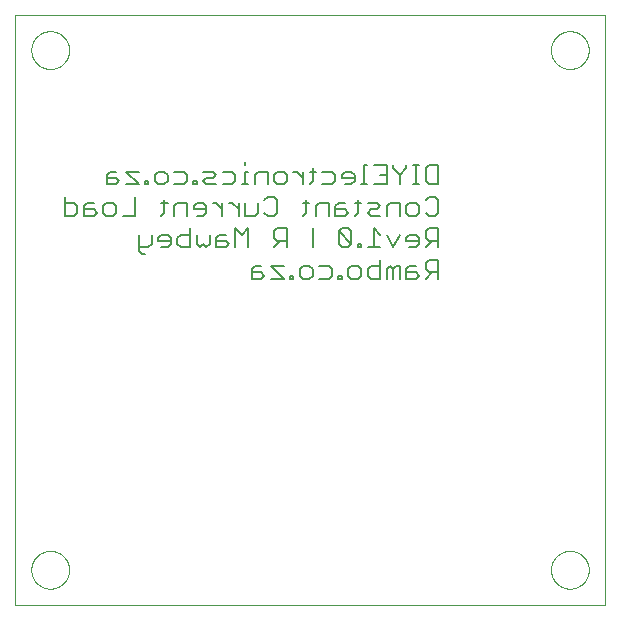
<source format=gbo>
G75*
%MOIN*%
%OFA0B0*%
%FSLAX25Y25*%
%IPPOS*%
%LPD*%
%AMOC8*
5,1,8,0,0,1.08239X$1,22.5*
%
%ADD10C,0.00000*%
%ADD11C,0.00600*%
D10*
X0002300Y0040837D02*
X0199150Y0040837D01*
X0199150Y0237687D01*
X0002300Y0237687D01*
X0002300Y0040837D01*
X0007812Y0052648D02*
X0007814Y0052806D01*
X0007820Y0052964D01*
X0007830Y0053122D01*
X0007844Y0053280D01*
X0007862Y0053437D01*
X0007883Y0053594D01*
X0007909Y0053750D01*
X0007939Y0053906D01*
X0007972Y0054061D01*
X0008010Y0054214D01*
X0008051Y0054367D01*
X0008096Y0054519D01*
X0008145Y0054670D01*
X0008198Y0054819D01*
X0008254Y0054967D01*
X0008314Y0055113D01*
X0008378Y0055258D01*
X0008446Y0055401D01*
X0008517Y0055543D01*
X0008591Y0055683D01*
X0008669Y0055820D01*
X0008751Y0055956D01*
X0008835Y0056090D01*
X0008924Y0056221D01*
X0009015Y0056350D01*
X0009110Y0056477D01*
X0009207Y0056602D01*
X0009308Y0056724D01*
X0009412Y0056843D01*
X0009519Y0056960D01*
X0009629Y0057074D01*
X0009742Y0057185D01*
X0009857Y0057294D01*
X0009975Y0057399D01*
X0010096Y0057501D01*
X0010219Y0057601D01*
X0010345Y0057697D01*
X0010473Y0057790D01*
X0010603Y0057880D01*
X0010736Y0057966D01*
X0010871Y0058050D01*
X0011007Y0058129D01*
X0011146Y0058206D01*
X0011287Y0058278D01*
X0011429Y0058348D01*
X0011573Y0058413D01*
X0011719Y0058475D01*
X0011866Y0058533D01*
X0012015Y0058588D01*
X0012165Y0058639D01*
X0012316Y0058686D01*
X0012468Y0058729D01*
X0012621Y0058768D01*
X0012776Y0058804D01*
X0012931Y0058835D01*
X0013087Y0058863D01*
X0013243Y0058887D01*
X0013400Y0058907D01*
X0013558Y0058923D01*
X0013715Y0058935D01*
X0013874Y0058943D01*
X0014032Y0058947D01*
X0014190Y0058947D01*
X0014348Y0058943D01*
X0014507Y0058935D01*
X0014664Y0058923D01*
X0014822Y0058907D01*
X0014979Y0058887D01*
X0015135Y0058863D01*
X0015291Y0058835D01*
X0015446Y0058804D01*
X0015601Y0058768D01*
X0015754Y0058729D01*
X0015906Y0058686D01*
X0016057Y0058639D01*
X0016207Y0058588D01*
X0016356Y0058533D01*
X0016503Y0058475D01*
X0016649Y0058413D01*
X0016793Y0058348D01*
X0016935Y0058278D01*
X0017076Y0058206D01*
X0017215Y0058129D01*
X0017351Y0058050D01*
X0017486Y0057966D01*
X0017619Y0057880D01*
X0017749Y0057790D01*
X0017877Y0057697D01*
X0018003Y0057601D01*
X0018126Y0057501D01*
X0018247Y0057399D01*
X0018365Y0057294D01*
X0018480Y0057185D01*
X0018593Y0057074D01*
X0018703Y0056960D01*
X0018810Y0056843D01*
X0018914Y0056724D01*
X0019015Y0056602D01*
X0019112Y0056477D01*
X0019207Y0056350D01*
X0019298Y0056221D01*
X0019387Y0056090D01*
X0019471Y0055956D01*
X0019553Y0055820D01*
X0019631Y0055683D01*
X0019705Y0055543D01*
X0019776Y0055401D01*
X0019844Y0055258D01*
X0019908Y0055113D01*
X0019968Y0054967D01*
X0020024Y0054819D01*
X0020077Y0054670D01*
X0020126Y0054519D01*
X0020171Y0054367D01*
X0020212Y0054214D01*
X0020250Y0054061D01*
X0020283Y0053906D01*
X0020313Y0053750D01*
X0020339Y0053594D01*
X0020360Y0053437D01*
X0020378Y0053280D01*
X0020392Y0053122D01*
X0020402Y0052964D01*
X0020408Y0052806D01*
X0020410Y0052648D01*
X0020408Y0052490D01*
X0020402Y0052332D01*
X0020392Y0052174D01*
X0020378Y0052016D01*
X0020360Y0051859D01*
X0020339Y0051702D01*
X0020313Y0051546D01*
X0020283Y0051390D01*
X0020250Y0051235D01*
X0020212Y0051082D01*
X0020171Y0050929D01*
X0020126Y0050777D01*
X0020077Y0050626D01*
X0020024Y0050477D01*
X0019968Y0050329D01*
X0019908Y0050183D01*
X0019844Y0050038D01*
X0019776Y0049895D01*
X0019705Y0049753D01*
X0019631Y0049613D01*
X0019553Y0049476D01*
X0019471Y0049340D01*
X0019387Y0049206D01*
X0019298Y0049075D01*
X0019207Y0048946D01*
X0019112Y0048819D01*
X0019015Y0048694D01*
X0018914Y0048572D01*
X0018810Y0048453D01*
X0018703Y0048336D01*
X0018593Y0048222D01*
X0018480Y0048111D01*
X0018365Y0048002D01*
X0018247Y0047897D01*
X0018126Y0047795D01*
X0018003Y0047695D01*
X0017877Y0047599D01*
X0017749Y0047506D01*
X0017619Y0047416D01*
X0017486Y0047330D01*
X0017351Y0047246D01*
X0017215Y0047167D01*
X0017076Y0047090D01*
X0016935Y0047018D01*
X0016793Y0046948D01*
X0016649Y0046883D01*
X0016503Y0046821D01*
X0016356Y0046763D01*
X0016207Y0046708D01*
X0016057Y0046657D01*
X0015906Y0046610D01*
X0015754Y0046567D01*
X0015601Y0046528D01*
X0015446Y0046492D01*
X0015291Y0046461D01*
X0015135Y0046433D01*
X0014979Y0046409D01*
X0014822Y0046389D01*
X0014664Y0046373D01*
X0014507Y0046361D01*
X0014348Y0046353D01*
X0014190Y0046349D01*
X0014032Y0046349D01*
X0013874Y0046353D01*
X0013715Y0046361D01*
X0013558Y0046373D01*
X0013400Y0046389D01*
X0013243Y0046409D01*
X0013087Y0046433D01*
X0012931Y0046461D01*
X0012776Y0046492D01*
X0012621Y0046528D01*
X0012468Y0046567D01*
X0012316Y0046610D01*
X0012165Y0046657D01*
X0012015Y0046708D01*
X0011866Y0046763D01*
X0011719Y0046821D01*
X0011573Y0046883D01*
X0011429Y0046948D01*
X0011287Y0047018D01*
X0011146Y0047090D01*
X0011007Y0047167D01*
X0010871Y0047246D01*
X0010736Y0047330D01*
X0010603Y0047416D01*
X0010473Y0047506D01*
X0010345Y0047599D01*
X0010219Y0047695D01*
X0010096Y0047795D01*
X0009975Y0047897D01*
X0009857Y0048002D01*
X0009742Y0048111D01*
X0009629Y0048222D01*
X0009519Y0048336D01*
X0009412Y0048453D01*
X0009308Y0048572D01*
X0009207Y0048694D01*
X0009110Y0048819D01*
X0009015Y0048946D01*
X0008924Y0049075D01*
X0008835Y0049206D01*
X0008751Y0049340D01*
X0008669Y0049476D01*
X0008591Y0049613D01*
X0008517Y0049753D01*
X0008446Y0049895D01*
X0008378Y0050038D01*
X0008314Y0050183D01*
X0008254Y0050329D01*
X0008198Y0050477D01*
X0008145Y0050626D01*
X0008096Y0050777D01*
X0008051Y0050929D01*
X0008010Y0051082D01*
X0007972Y0051235D01*
X0007939Y0051390D01*
X0007909Y0051546D01*
X0007883Y0051702D01*
X0007862Y0051859D01*
X0007844Y0052016D01*
X0007830Y0052174D01*
X0007820Y0052332D01*
X0007814Y0052490D01*
X0007812Y0052648D01*
X0007812Y0225876D02*
X0007814Y0226034D01*
X0007820Y0226192D01*
X0007830Y0226350D01*
X0007844Y0226508D01*
X0007862Y0226665D01*
X0007883Y0226822D01*
X0007909Y0226978D01*
X0007939Y0227134D01*
X0007972Y0227289D01*
X0008010Y0227442D01*
X0008051Y0227595D01*
X0008096Y0227747D01*
X0008145Y0227898D01*
X0008198Y0228047D01*
X0008254Y0228195D01*
X0008314Y0228341D01*
X0008378Y0228486D01*
X0008446Y0228629D01*
X0008517Y0228771D01*
X0008591Y0228911D01*
X0008669Y0229048D01*
X0008751Y0229184D01*
X0008835Y0229318D01*
X0008924Y0229449D01*
X0009015Y0229578D01*
X0009110Y0229705D01*
X0009207Y0229830D01*
X0009308Y0229952D01*
X0009412Y0230071D01*
X0009519Y0230188D01*
X0009629Y0230302D01*
X0009742Y0230413D01*
X0009857Y0230522D01*
X0009975Y0230627D01*
X0010096Y0230729D01*
X0010219Y0230829D01*
X0010345Y0230925D01*
X0010473Y0231018D01*
X0010603Y0231108D01*
X0010736Y0231194D01*
X0010871Y0231278D01*
X0011007Y0231357D01*
X0011146Y0231434D01*
X0011287Y0231506D01*
X0011429Y0231576D01*
X0011573Y0231641D01*
X0011719Y0231703D01*
X0011866Y0231761D01*
X0012015Y0231816D01*
X0012165Y0231867D01*
X0012316Y0231914D01*
X0012468Y0231957D01*
X0012621Y0231996D01*
X0012776Y0232032D01*
X0012931Y0232063D01*
X0013087Y0232091D01*
X0013243Y0232115D01*
X0013400Y0232135D01*
X0013558Y0232151D01*
X0013715Y0232163D01*
X0013874Y0232171D01*
X0014032Y0232175D01*
X0014190Y0232175D01*
X0014348Y0232171D01*
X0014507Y0232163D01*
X0014664Y0232151D01*
X0014822Y0232135D01*
X0014979Y0232115D01*
X0015135Y0232091D01*
X0015291Y0232063D01*
X0015446Y0232032D01*
X0015601Y0231996D01*
X0015754Y0231957D01*
X0015906Y0231914D01*
X0016057Y0231867D01*
X0016207Y0231816D01*
X0016356Y0231761D01*
X0016503Y0231703D01*
X0016649Y0231641D01*
X0016793Y0231576D01*
X0016935Y0231506D01*
X0017076Y0231434D01*
X0017215Y0231357D01*
X0017351Y0231278D01*
X0017486Y0231194D01*
X0017619Y0231108D01*
X0017749Y0231018D01*
X0017877Y0230925D01*
X0018003Y0230829D01*
X0018126Y0230729D01*
X0018247Y0230627D01*
X0018365Y0230522D01*
X0018480Y0230413D01*
X0018593Y0230302D01*
X0018703Y0230188D01*
X0018810Y0230071D01*
X0018914Y0229952D01*
X0019015Y0229830D01*
X0019112Y0229705D01*
X0019207Y0229578D01*
X0019298Y0229449D01*
X0019387Y0229318D01*
X0019471Y0229184D01*
X0019553Y0229048D01*
X0019631Y0228911D01*
X0019705Y0228771D01*
X0019776Y0228629D01*
X0019844Y0228486D01*
X0019908Y0228341D01*
X0019968Y0228195D01*
X0020024Y0228047D01*
X0020077Y0227898D01*
X0020126Y0227747D01*
X0020171Y0227595D01*
X0020212Y0227442D01*
X0020250Y0227289D01*
X0020283Y0227134D01*
X0020313Y0226978D01*
X0020339Y0226822D01*
X0020360Y0226665D01*
X0020378Y0226508D01*
X0020392Y0226350D01*
X0020402Y0226192D01*
X0020408Y0226034D01*
X0020410Y0225876D01*
X0020408Y0225718D01*
X0020402Y0225560D01*
X0020392Y0225402D01*
X0020378Y0225244D01*
X0020360Y0225087D01*
X0020339Y0224930D01*
X0020313Y0224774D01*
X0020283Y0224618D01*
X0020250Y0224463D01*
X0020212Y0224310D01*
X0020171Y0224157D01*
X0020126Y0224005D01*
X0020077Y0223854D01*
X0020024Y0223705D01*
X0019968Y0223557D01*
X0019908Y0223411D01*
X0019844Y0223266D01*
X0019776Y0223123D01*
X0019705Y0222981D01*
X0019631Y0222841D01*
X0019553Y0222704D01*
X0019471Y0222568D01*
X0019387Y0222434D01*
X0019298Y0222303D01*
X0019207Y0222174D01*
X0019112Y0222047D01*
X0019015Y0221922D01*
X0018914Y0221800D01*
X0018810Y0221681D01*
X0018703Y0221564D01*
X0018593Y0221450D01*
X0018480Y0221339D01*
X0018365Y0221230D01*
X0018247Y0221125D01*
X0018126Y0221023D01*
X0018003Y0220923D01*
X0017877Y0220827D01*
X0017749Y0220734D01*
X0017619Y0220644D01*
X0017486Y0220558D01*
X0017351Y0220474D01*
X0017215Y0220395D01*
X0017076Y0220318D01*
X0016935Y0220246D01*
X0016793Y0220176D01*
X0016649Y0220111D01*
X0016503Y0220049D01*
X0016356Y0219991D01*
X0016207Y0219936D01*
X0016057Y0219885D01*
X0015906Y0219838D01*
X0015754Y0219795D01*
X0015601Y0219756D01*
X0015446Y0219720D01*
X0015291Y0219689D01*
X0015135Y0219661D01*
X0014979Y0219637D01*
X0014822Y0219617D01*
X0014664Y0219601D01*
X0014507Y0219589D01*
X0014348Y0219581D01*
X0014190Y0219577D01*
X0014032Y0219577D01*
X0013874Y0219581D01*
X0013715Y0219589D01*
X0013558Y0219601D01*
X0013400Y0219617D01*
X0013243Y0219637D01*
X0013087Y0219661D01*
X0012931Y0219689D01*
X0012776Y0219720D01*
X0012621Y0219756D01*
X0012468Y0219795D01*
X0012316Y0219838D01*
X0012165Y0219885D01*
X0012015Y0219936D01*
X0011866Y0219991D01*
X0011719Y0220049D01*
X0011573Y0220111D01*
X0011429Y0220176D01*
X0011287Y0220246D01*
X0011146Y0220318D01*
X0011007Y0220395D01*
X0010871Y0220474D01*
X0010736Y0220558D01*
X0010603Y0220644D01*
X0010473Y0220734D01*
X0010345Y0220827D01*
X0010219Y0220923D01*
X0010096Y0221023D01*
X0009975Y0221125D01*
X0009857Y0221230D01*
X0009742Y0221339D01*
X0009629Y0221450D01*
X0009519Y0221564D01*
X0009412Y0221681D01*
X0009308Y0221800D01*
X0009207Y0221922D01*
X0009110Y0222047D01*
X0009015Y0222174D01*
X0008924Y0222303D01*
X0008835Y0222434D01*
X0008751Y0222568D01*
X0008669Y0222704D01*
X0008591Y0222841D01*
X0008517Y0222981D01*
X0008446Y0223123D01*
X0008378Y0223266D01*
X0008314Y0223411D01*
X0008254Y0223557D01*
X0008198Y0223705D01*
X0008145Y0223854D01*
X0008096Y0224005D01*
X0008051Y0224157D01*
X0008010Y0224310D01*
X0007972Y0224463D01*
X0007939Y0224618D01*
X0007909Y0224774D01*
X0007883Y0224930D01*
X0007862Y0225087D01*
X0007844Y0225244D01*
X0007830Y0225402D01*
X0007820Y0225560D01*
X0007814Y0225718D01*
X0007812Y0225876D01*
X0181040Y0225876D02*
X0181042Y0226034D01*
X0181048Y0226192D01*
X0181058Y0226350D01*
X0181072Y0226508D01*
X0181090Y0226665D01*
X0181111Y0226822D01*
X0181137Y0226978D01*
X0181167Y0227134D01*
X0181200Y0227289D01*
X0181238Y0227442D01*
X0181279Y0227595D01*
X0181324Y0227747D01*
X0181373Y0227898D01*
X0181426Y0228047D01*
X0181482Y0228195D01*
X0181542Y0228341D01*
X0181606Y0228486D01*
X0181674Y0228629D01*
X0181745Y0228771D01*
X0181819Y0228911D01*
X0181897Y0229048D01*
X0181979Y0229184D01*
X0182063Y0229318D01*
X0182152Y0229449D01*
X0182243Y0229578D01*
X0182338Y0229705D01*
X0182435Y0229830D01*
X0182536Y0229952D01*
X0182640Y0230071D01*
X0182747Y0230188D01*
X0182857Y0230302D01*
X0182970Y0230413D01*
X0183085Y0230522D01*
X0183203Y0230627D01*
X0183324Y0230729D01*
X0183447Y0230829D01*
X0183573Y0230925D01*
X0183701Y0231018D01*
X0183831Y0231108D01*
X0183964Y0231194D01*
X0184099Y0231278D01*
X0184235Y0231357D01*
X0184374Y0231434D01*
X0184515Y0231506D01*
X0184657Y0231576D01*
X0184801Y0231641D01*
X0184947Y0231703D01*
X0185094Y0231761D01*
X0185243Y0231816D01*
X0185393Y0231867D01*
X0185544Y0231914D01*
X0185696Y0231957D01*
X0185849Y0231996D01*
X0186004Y0232032D01*
X0186159Y0232063D01*
X0186315Y0232091D01*
X0186471Y0232115D01*
X0186628Y0232135D01*
X0186786Y0232151D01*
X0186943Y0232163D01*
X0187102Y0232171D01*
X0187260Y0232175D01*
X0187418Y0232175D01*
X0187576Y0232171D01*
X0187735Y0232163D01*
X0187892Y0232151D01*
X0188050Y0232135D01*
X0188207Y0232115D01*
X0188363Y0232091D01*
X0188519Y0232063D01*
X0188674Y0232032D01*
X0188829Y0231996D01*
X0188982Y0231957D01*
X0189134Y0231914D01*
X0189285Y0231867D01*
X0189435Y0231816D01*
X0189584Y0231761D01*
X0189731Y0231703D01*
X0189877Y0231641D01*
X0190021Y0231576D01*
X0190163Y0231506D01*
X0190304Y0231434D01*
X0190443Y0231357D01*
X0190579Y0231278D01*
X0190714Y0231194D01*
X0190847Y0231108D01*
X0190977Y0231018D01*
X0191105Y0230925D01*
X0191231Y0230829D01*
X0191354Y0230729D01*
X0191475Y0230627D01*
X0191593Y0230522D01*
X0191708Y0230413D01*
X0191821Y0230302D01*
X0191931Y0230188D01*
X0192038Y0230071D01*
X0192142Y0229952D01*
X0192243Y0229830D01*
X0192340Y0229705D01*
X0192435Y0229578D01*
X0192526Y0229449D01*
X0192615Y0229318D01*
X0192699Y0229184D01*
X0192781Y0229048D01*
X0192859Y0228911D01*
X0192933Y0228771D01*
X0193004Y0228629D01*
X0193072Y0228486D01*
X0193136Y0228341D01*
X0193196Y0228195D01*
X0193252Y0228047D01*
X0193305Y0227898D01*
X0193354Y0227747D01*
X0193399Y0227595D01*
X0193440Y0227442D01*
X0193478Y0227289D01*
X0193511Y0227134D01*
X0193541Y0226978D01*
X0193567Y0226822D01*
X0193588Y0226665D01*
X0193606Y0226508D01*
X0193620Y0226350D01*
X0193630Y0226192D01*
X0193636Y0226034D01*
X0193638Y0225876D01*
X0193636Y0225718D01*
X0193630Y0225560D01*
X0193620Y0225402D01*
X0193606Y0225244D01*
X0193588Y0225087D01*
X0193567Y0224930D01*
X0193541Y0224774D01*
X0193511Y0224618D01*
X0193478Y0224463D01*
X0193440Y0224310D01*
X0193399Y0224157D01*
X0193354Y0224005D01*
X0193305Y0223854D01*
X0193252Y0223705D01*
X0193196Y0223557D01*
X0193136Y0223411D01*
X0193072Y0223266D01*
X0193004Y0223123D01*
X0192933Y0222981D01*
X0192859Y0222841D01*
X0192781Y0222704D01*
X0192699Y0222568D01*
X0192615Y0222434D01*
X0192526Y0222303D01*
X0192435Y0222174D01*
X0192340Y0222047D01*
X0192243Y0221922D01*
X0192142Y0221800D01*
X0192038Y0221681D01*
X0191931Y0221564D01*
X0191821Y0221450D01*
X0191708Y0221339D01*
X0191593Y0221230D01*
X0191475Y0221125D01*
X0191354Y0221023D01*
X0191231Y0220923D01*
X0191105Y0220827D01*
X0190977Y0220734D01*
X0190847Y0220644D01*
X0190714Y0220558D01*
X0190579Y0220474D01*
X0190443Y0220395D01*
X0190304Y0220318D01*
X0190163Y0220246D01*
X0190021Y0220176D01*
X0189877Y0220111D01*
X0189731Y0220049D01*
X0189584Y0219991D01*
X0189435Y0219936D01*
X0189285Y0219885D01*
X0189134Y0219838D01*
X0188982Y0219795D01*
X0188829Y0219756D01*
X0188674Y0219720D01*
X0188519Y0219689D01*
X0188363Y0219661D01*
X0188207Y0219637D01*
X0188050Y0219617D01*
X0187892Y0219601D01*
X0187735Y0219589D01*
X0187576Y0219581D01*
X0187418Y0219577D01*
X0187260Y0219577D01*
X0187102Y0219581D01*
X0186943Y0219589D01*
X0186786Y0219601D01*
X0186628Y0219617D01*
X0186471Y0219637D01*
X0186315Y0219661D01*
X0186159Y0219689D01*
X0186004Y0219720D01*
X0185849Y0219756D01*
X0185696Y0219795D01*
X0185544Y0219838D01*
X0185393Y0219885D01*
X0185243Y0219936D01*
X0185094Y0219991D01*
X0184947Y0220049D01*
X0184801Y0220111D01*
X0184657Y0220176D01*
X0184515Y0220246D01*
X0184374Y0220318D01*
X0184235Y0220395D01*
X0184099Y0220474D01*
X0183964Y0220558D01*
X0183831Y0220644D01*
X0183701Y0220734D01*
X0183573Y0220827D01*
X0183447Y0220923D01*
X0183324Y0221023D01*
X0183203Y0221125D01*
X0183085Y0221230D01*
X0182970Y0221339D01*
X0182857Y0221450D01*
X0182747Y0221564D01*
X0182640Y0221681D01*
X0182536Y0221800D01*
X0182435Y0221922D01*
X0182338Y0222047D01*
X0182243Y0222174D01*
X0182152Y0222303D01*
X0182063Y0222434D01*
X0181979Y0222568D01*
X0181897Y0222704D01*
X0181819Y0222841D01*
X0181745Y0222981D01*
X0181674Y0223123D01*
X0181606Y0223266D01*
X0181542Y0223411D01*
X0181482Y0223557D01*
X0181426Y0223705D01*
X0181373Y0223854D01*
X0181324Y0224005D01*
X0181279Y0224157D01*
X0181238Y0224310D01*
X0181200Y0224463D01*
X0181167Y0224618D01*
X0181137Y0224774D01*
X0181111Y0224930D01*
X0181090Y0225087D01*
X0181072Y0225244D01*
X0181058Y0225402D01*
X0181048Y0225560D01*
X0181042Y0225718D01*
X0181040Y0225876D01*
X0181040Y0052648D02*
X0181042Y0052806D01*
X0181048Y0052964D01*
X0181058Y0053122D01*
X0181072Y0053280D01*
X0181090Y0053437D01*
X0181111Y0053594D01*
X0181137Y0053750D01*
X0181167Y0053906D01*
X0181200Y0054061D01*
X0181238Y0054214D01*
X0181279Y0054367D01*
X0181324Y0054519D01*
X0181373Y0054670D01*
X0181426Y0054819D01*
X0181482Y0054967D01*
X0181542Y0055113D01*
X0181606Y0055258D01*
X0181674Y0055401D01*
X0181745Y0055543D01*
X0181819Y0055683D01*
X0181897Y0055820D01*
X0181979Y0055956D01*
X0182063Y0056090D01*
X0182152Y0056221D01*
X0182243Y0056350D01*
X0182338Y0056477D01*
X0182435Y0056602D01*
X0182536Y0056724D01*
X0182640Y0056843D01*
X0182747Y0056960D01*
X0182857Y0057074D01*
X0182970Y0057185D01*
X0183085Y0057294D01*
X0183203Y0057399D01*
X0183324Y0057501D01*
X0183447Y0057601D01*
X0183573Y0057697D01*
X0183701Y0057790D01*
X0183831Y0057880D01*
X0183964Y0057966D01*
X0184099Y0058050D01*
X0184235Y0058129D01*
X0184374Y0058206D01*
X0184515Y0058278D01*
X0184657Y0058348D01*
X0184801Y0058413D01*
X0184947Y0058475D01*
X0185094Y0058533D01*
X0185243Y0058588D01*
X0185393Y0058639D01*
X0185544Y0058686D01*
X0185696Y0058729D01*
X0185849Y0058768D01*
X0186004Y0058804D01*
X0186159Y0058835D01*
X0186315Y0058863D01*
X0186471Y0058887D01*
X0186628Y0058907D01*
X0186786Y0058923D01*
X0186943Y0058935D01*
X0187102Y0058943D01*
X0187260Y0058947D01*
X0187418Y0058947D01*
X0187576Y0058943D01*
X0187735Y0058935D01*
X0187892Y0058923D01*
X0188050Y0058907D01*
X0188207Y0058887D01*
X0188363Y0058863D01*
X0188519Y0058835D01*
X0188674Y0058804D01*
X0188829Y0058768D01*
X0188982Y0058729D01*
X0189134Y0058686D01*
X0189285Y0058639D01*
X0189435Y0058588D01*
X0189584Y0058533D01*
X0189731Y0058475D01*
X0189877Y0058413D01*
X0190021Y0058348D01*
X0190163Y0058278D01*
X0190304Y0058206D01*
X0190443Y0058129D01*
X0190579Y0058050D01*
X0190714Y0057966D01*
X0190847Y0057880D01*
X0190977Y0057790D01*
X0191105Y0057697D01*
X0191231Y0057601D01*
X0191354Y0057501D01*
X0191475Y0057399D01*
X0191593Y0057294D01*
X0191708Y0057185D01*
X0191821Y0057074D01*
X0191931Y0056960D01*
X0192038Y0056843D01*
X0192142Y0056724D01*
X0192243Y0056602D01*
X0192340Y0056477D01*
X0192435Y0056350D01*
X0192526Y0056221D01*
X0192615Y0056090D01*
X0192699Y0055956D01*
X0192781Y0055820D01*
X0192859Y0055683D01*
X0192933Y0055543D01*
X0193004Y0055401D01*
X0193072Y0055258D01*
X0193136Y0055113D01*
X0193196Y0054967D01*
X0193252Y0054819D01*
X0193305Y0054670D01*
X0193354Y0054519D01*
X0193399Y0054367D01*
X0193440Y0054214D01*
X0193478Y0054061D01*
X0193511Y0053906D01*
X0193541Y0053750D01*
X0193567Y0053594D01*
X0193588Y0053437D01*
X0193606Y0053280D01*
X0193620Y0053122D01*
X0193630Y0052964D01*
X0193636Y0052806D01*
X0193638Y0052648D01*
X0193636Y0052490D01*
X0193630Y0052332D01*
X0193620Y0052174D01*
X0193606Y0052016D01*
X0193588Y0051859D01*
X0193567Y0051702D01*
X0193541Y0051546D01*
X0193511Y0051390D01*
X0193478Y0051235D01*
X0193440Y0051082D01*
X0193399Y0050929D01*
X0193354Y0050777D01*
X0193305Y0050626D01*
X0193252Y0050477D01*
X0193196Y0050329D01*
X0193136Y0050183D01*
X0193072Y0050038D01*
X0193004Y0049895D01*
X0192933Y0049753D01*
X0192859Y0049613D01*
X0192781Y0049476D01*
X0192699Y0049340D01*
X0192615Y0049206D01*
X0192526Y0049075D01*
X0192435Y0048946D01*
X0192340Y0048819D01*
X0192243Y0048694D01*
X0192142Y0048572D01*
X0192038Y0048453D01*
X0191931Y0048336D01*
X0191821Y0048222D01*
X0191708Y0048111D01*
X0191593Y0048002D01*
X0191475Y0047897D01*
X0191354Y0047795D01*
X0191231Y0047695D01*
X0191105Y0047599D01*
X0190977Y0047506D01*
X0190847Y0047416D01*
X0190714Y0047330D01*
X0190579Y0047246D01*
X0190443Y0047167D01*
X0190304Y0047090D01*
X0190163Y0047018D01*
X0190021Y0046948D01*
X0189877Y0046883D01*
X0189731Y0046821D01*
X0189584Y0046763D01*
X0189435Y0046708D01*
X0189285Y0046657D01*
X0189134Y0046610D01*
X0188982Y0046567D01*
X0188829Y0046528D01*
X0188674Y0046492D01*
X0188519Y0046461D01*
X0188363Y0046433D01*
X0188207Y0046409D01*
X0188050Y0046389D01*
X0187892Y0046373D01*
X0187735Y0046361D01*
X0187576Y0046353D01*
X0187418Y0046349D01*
X0187260Y0046349D01*
X0187102Y0046353D01*
X0186943Y0046361D01*
X0186786Y0046373D01*
X0186628Y0046389D01*
X0186471Y0046409D01*
X0186315Y0046433D01*
X0186159Y0046461D01*
X0186004Y0046492D01*
X0185849Y0046528D01*
X0185696Y0046567D01*
X0185544Y0046610D01*
X0185393Y0046657D01*
X0185243Y0046708D01*
X0185094Y0046763D01*
X0184947Y0046821D01*
X0184801Y0046883D01*
X0184657Y0046948D01*
X0184515Y0047018D01*
X0184374Y0047090D01*
X0184235Y0047167D01*
X0184099Y0047246D01*
X0183964Y0047330D01*
X0183831Y0047416D01*
X0183701Y0047506D01*
X0183573Y0047599D01*
X0183447Y0047695D01*
X0183324Y0047795D01*
X0183203Y0047897D01*
X0183085Y0048002D01*
X0182970Y0048111D01*
X0182857Y0048222D01*
X0182747Y0048336D01*
X0182640Y0048453D01*
X0182536Y0048572D01*
X0182435Y0048694D01*
X0182338Y0048819D01*
X0182243Y0048946D01*
X0182152Y0049075D01*
X0182063Y0049206D01*
X0181979Y0049340D01*
X0181897Y0049476D01*
X0181819Y0049613D01*
X0181745Y0049753D01*
X0181674Y0049895D01*
X0181606Y0050038D01*
X0181542Y0050183D01*
X0181482Y0050329D01*
X0181426Y0050477D01*
X0181373Y0050626D01*
X0181324Y0050777D01*
X0181279Y0050929D01*
X0181238Y0051082D01*
X0181200Y0051235D01*
X0181167Y0051390D01*
X0181137Y0051546D01*
X0181111Y0051702D01*
X0181090Y0051859D01*
X0181072Y0052016D01*
X0181058Y0052174D01*
X0181048Y0052332D01*
X0181042Y0052490D01*
X0181040Y0052648D01*
D11*
X0143500Y0149637D02*
X0143500Y0156042D01*
X0140297Y0156042D01*
X0139230Y0154975D01*
X0139230Y0152840D01*
X0140297Y0151772D01*
X0143500Y0151772D01*
X0141365Y0151772D02*
X0139230Y0149637D01*
X0137055Y0150705D02*
X0135987Y0151772D01*
X0132784Y0151772D01*
X0132784Y0152840D02*
X0132784Y0149637D01*
X0135987Y0149637D01*
X0137055Y0150705D01*
X0135987Y0153907D02*
X0133852Y0153907D01*
X0132784Y0152840D01*
X0130609Y0153907D02*
X0130609Y0149637D01*
X0128474Y0149637D02*
X0128474Y0152840D01*
X0127406Y0153907D01*
X0126339Y0152840D01*
X0126339Y0149637D01*
X0124164Y0149637D02*
X0120961Y0149637D01*
X0119893Y0150705D01*
X0119893Y0152840D01*
X0120961Y0153907D01*
X0124164Y0153907D01*
X0124164Y0156042D02*
X0124164Y0149637D01*
X0128474Y0152840D02*
X0129541Y0153907D01*
X0130609Y0153907D01*
X0128474Y0160137D02*
X0126339Y0164407D01*
X0124164Y0164407D02*
X0122028Y0166542D01*
X0122028Y0160137D01*
X0119893Y0160137D02*
X0124164Y0160137D01*
X0128474Y0160137D02*
X0130609Y0164407D01*
X0132784Y0163340D02*
X0132784Y0162272D01*
X0137055Y0162272D01*
X0137055Y0161205D02*
X0137055Y0163340D01*
X0135987Y0164407D01*
X0133852Y0164407D01*
X0132784Y0163340D01*
X0133852Y0160137D02*
X0135987Y0160137D01*
X0137055Y0161205D01*
X0139230Y0160137D02*
X0141365Y0162272D01*
X0140297Y0162272D02*
X0143500Y0162272D01*
X0143500Y0160137D02*
X0143500Y0166542D01*
X0140297Y0166542D01*
X0139230Y0165475D01*
X0139230Y0163340D01*
X0140297Y0162272D01*
X0140297Y0170637D02*
X0139230Y0171705D01*
X0140297Y0170637D02*
X0142432Y0170637D01*
X0143500Y0171705D01*
X0143500Y0175975D01*
X0142432Y0177042D01*
X0140297Y0177042D01*
X0139230Y0175975D01*
X0137055Y0173840D02*
X0137055Y0171705D01*
X0135987Y0170637D01*
X0133852Y0170637D01*
X0132784Y0171705D01*
X0132784Y0173840D01*
X0133852Y0174907D01*
X0135987Y0174907D01*
X0137055Y0173840D01*
X0137055Y0181137D02*
X0134919Y0181137D01*
X0135987Y0181137D02*
X0135987Y0187542D01*
X0137055Y0187542D02*
X0134919Y0187542D01*
X0132758Y0187542D02*
X0132758Y0186475D01*
X0130622Y0184340D01*
X0130622Y0181137D01*
X0130622Y0184340D02*
X0128487Y0186475D01*
X0128487Y0187542D01*
X0126312Y0187542D02*
X0126312Y0181137D01*
X0122042Y0181137D01*
X0119867Y0181137D02*
X0117731Y0181137D01*
X0118799Y0181137D02*
X0118799Y0187542D01*
X0119867Y0187542D01*
X0122042Y0187542D02*
X0126312Y0187542D01*
X0126312Y0184340D02*
X0124177Y0184340D01*
X0115570Y0184340D02*
X0115570Y0182205D01*
X0114502Y0181137D01*
X0112367Y0181137D01*
X0111299Y0183272D02*
X0115570Y0183272D01*
X0115570Y0184340D02*
X0114502Y0185407D01*
X0112367Y0185407D01*
X0111299Y0184340D01*
X0111299Y0183272D01*
X0109124Y0182205D02*
X0109124Y0184340D01*
X0108056Y0185407D01*
X0104854Y0185407D01*
X0102679Y0185407D02*
X0100543Y0185407D01*
X0101611Y0186475D02*
X0101611Y0182205D01*
X0100543Y0181137D01*
X0098382Y0181137D02*
X0098382Y0185407D01*
X0098382Y0183272D02*
X0096246Y0185407D01*
X0095179Y0185407D01*
X0093010Y0184340D02*
X0093010Y0182205D01*
X0091943Y0181137D01*
X0089808Y0181137D01*
X0088740Y0182205D01*
X0088740Y0184340D01*
X0089808Y0185407D01*
X0091943Y0185407D01*
X0093010Y0184340D01*
X0088720Y0177042D02*
X0086585Y0177042D01*
X0085517Y0175975D01*
X0083342Y0174907D02*
X0083342Y0171705D01*
X0082274Y0170637D01*
X0079072Y0170637D01*
X0079072Y0174907D01*
X0076897Y0174907D02*
X0076897Y0170637D01*
X0076897Y0172772D02*
X0074761Y0174907D01*
X0073694Y0174907D01*
X0071525Y0174907D02*
X0071525Y0170637D01*
X0071525Y0172772D02*
X0069390Y0174907D01*
X0068323Y0174907D01*
X0066154Y0173840D02*
X0065086Y0174907D01*
X0062951Y0174907D01*
X0061884Y0173840D01*
X0061884Y0172772D01*
X0066154Y0172772D01*
X0066154Y0171705D02*
X0066154Y0173840D01*
X0066154Y0171705D02*
X0065086Y0170637D01*
X0062951Y0170637D01*
X0059709Y0170637D02*
X0059709Y0174907D01*
X0056506Y0174907D01*
X0055438Y0173840D01*
X0055438Y0170637D01*
X0052195Y0171705D02*
X0052195Y0175975D01*
X0051128Y0174907D02*
X0053263Y0174907D01*
X0052195Y0171705D02*
X0051128Y0170637D01*
X0051135Y0164407D02*
X0050067Y0163340D01*
X0050067Y0162272D01*
X0054337Y0162272D01*
X0054337Y0161205D02*
X0054337Y0163340D01*
X0053270Y0164407D01*
X0051135Y0164407D01*
X0047892Y0164407D02*
X0047892Y0161205D01*
X0046824Y0160137D01*
X0043621Y0160137D01*
X0043621Y0159069D02*
X0044689Y0158002D01*
X0045757Y0158002D01*
X0043621Y0159069D02*
X0043621Y0164407D01*
X0042521Y0170637D02*
X0038250Y0170637D01*
X0036075Y0171705D02*
X0035007Y0170637D01*
X0032872Y0170637D01*
X0031805Y0171705D01*
X0031805Y0173840D01*
X0032872Y0174907D01*
X0035007Y0174907D01*
X0036075Y0173840D01*
X0036075Y0171705D01*
X0029630Y0171705D02*
X0028562Y0170637D01*
X0025359Y0170637D01*
X0025359Y0173840D01*
X0026427Y0174907D01*
X0028562Y0174907D01*
X0028562Y0172772D02*
X0025359Y0172772D01*
X0023184Y0171705D02*
X0023184Y0173840D01*
X0022116Y0174907D01*
X0018914Y0174907D01*
X0018914Y0177042D02*
X0018914Y0170637D01*
X0022116Y0170637D01*
X0023184Y0171705D01*
X0028562Y0172772D02*
X0029630Y0171705D01*
X0032879Y0181137D02*
X0036082Y0181137D01*
X0037149Y0182205D01*
X0036082Y0183272D01*
X0032879Y0183272D01*
X0032879Y0184340D02*
X0032879Y0181137D01*
X0032879Y0184340D02*
X0033947Y0185407D01*
X0036082Y0185407D01*
X0039324Y0185407D02*
X0043595Y0181137D01*
X0039324Y0181137D01*
X0039324Y0185407D02*
X0043595Y0185407D01*
X0045750Y0182205D02*
X0045750Y0181137D01*
X0046818Y0181137D01*
X0046818Y0182205D01*
X0045750Y0182205D01*
X0048993Y0182205D02*
X0050060Y0181137D01*
X0052195Y0181137D01*
X0053263Y0182205D01*
X0053263Y0184340D01*
X0052195Y0185407D01*
X0050060Y0185407D01*
X0048993Y0184340D01*
X0048993Y0182205D01*
X0055438Y0181137D02*
X0058641Y0181137D01*
X0059709Y0182205D01*
X0059709Y0184340D01*
X0058641Y0185407D01*
X0055438Y0185407D01*
X0061864Y0182205D02*
X0061864Y0181137D01*
X0062931Y0181137D01*
X0062931Y0182205D01*
X0061864Y0182205D01*
X0065106Y0182205D02*
X0066174Y0181137D01*
X0069377Y0181137D01*
X0071552Y0181137D02*
X0074755Y0181137D01*
X0075822Y0182205D01*
X0075822Y0184340D01*
X0074755Y0185407D01*
X0071552Y0185407D01*
X0069377Y0184340D02*
X0068309Y0185407D01*
X0065106Y0185407D01*
X0066174Y0183272D02*
X0068309Y0183272D01*
X0069377Y0184340D01*
X0066174Y0183272D02*
X0065106Y0182205D01*
X0077984Y0181137D02*
X0080119Y0181137D01*
X0079052Y0181137D02*
X0079052Y0185407D01*
X0080119Y0185407D01*
X0079052Y0187542D02*
X0079052Y0188610D01*
X0082294Y0184340D02*
X0082294Y0181137D01*
X0082294Y0184340D02*
X0083362Y0185407D01*
X0086565Y0185407D01*
X0086565Y0181137D01*
X0088720Y0177042D02*
X0089788Y0175975D01*
X0089788Y0171705D01*
X0088720Y0170637D01*
X0086585Y0170637D01*
X0085517Y0171705D01*
X0089808Y0166542D02*
X0088740Y0165475D01*
X0088740Y0163340D01*
X0089808Y0162272D01*
X0093010Y0162272D01*
X0090875Y0162272D02*
X0088740Y0160137D01*
X0093010Y0160137D02*
X0093010Y0166542D01*
X0089808Y0166542D01*
X0098395Y0170637D02*
X0099462Y0171705D01*
X0099462Y0175975D01*
X0098395Y0174907D02*
X0100530Y0174907D01*
X0102705Y0173840D02*
X0102705Y0170637D01*
X0102705Y0173840D02*
X0103773Y0174907D01*
X0106976Y0174907D01*
X0106976Y0170637D01*
X0109151Y0170637D02*
X0109151Y0173840D01*
X0110218Y0174907D01*
X0112353Y0174907D01*
X0112353Y0172772D02*
X0109151Y0172772D01*
X0109151Y0170637D02*
X0112353Y0170637D01*
X0113421Y0171705D01*
X0112353Y0172772D01*
X0115583Y0170637D02*
X0116650Y0171705D01*
X0116650Y0175975D01*
X0115583Y0174907D02*
X0117718Y0174907D01*
X0119893Y0174907D02*
X0123096Y0174907D01*
X0124164Y0173840D01*
X0123096Y0172772D01*
X0120961Y0172772D01*
X0119893Y0171705D01*
X0120961Y0170637D01*
X0124164Y0170637D01*
X0126339Y0170637D02*
X0126339Y0173840D01*
X0127406Y0174907D01*
X0130609Y0174907D01*
X0130609Y0170637D01*
X0140297Y0181137D02*
X0139230Y0182205D01*
X0139230Y0186475D01*
X0140297Y0187542D01*
X0143500Y0187542D01*
X0143500Y0181137D01*
X0140297Y0181137D01*
X0117718Y0161205D02*
X0116650Y0161205D01*
X0116650Y0160137D01*
X0117718Y0160137D01*
X0117718Y0161205D01*
X0114495Y0161205D02*
X0114495Y0165475D01*
X0113428Y0166542D01*
X0111293Y0166542D01*
X0110225Y0165475D01*
X0114495Y0161205D01*
X0113428Y0160137D01*
X0111293Y0160137D01*
X0110225Y0161205D01*
X0110225Y0165475D01*
X0101604Y0166542D02*
X0101604Y0160137D01*
X0100537Y0153907D02*
X0098402Y0153907D01*
X0097334Y0152840D01*
X0097334Y0150705D01*
X0098402Y0149637D01*
X0100537Y0149637D01*
X0101604Y0150705D01*
X0101604Y0152840D01*
X0100537Y0153907D01*
X0103779Y0153907D02*
X0106982Y0153907D01*
X0108050Y0152840D01*
X0108050Y0150705D01*
X0106982Y0149637D01*
X0103779Y0149637D01*
X0110205Y0149637D02*
X0111273Y0149637D01*
X0111273Y0150705D01*
X0110205Y0150705D01*
X0110205Y0149637D01*
X0113448Y0150705D02*
X0113448Y0152840D01*
X0114515Y0153907D01*
X0116650Y0153907D01*
X0117718Y0152840D01*
X0117718Y0150705D01*
X0116650Y0149637D01*
X0114515Y0149637D01*
X0113448Y0150705D01*
X0095159Y0150705D02*
X0094091Y0150705D01*
X0094091Y0149637D01*
X0095159Y0149637D01*
X0095159Y0150705D01*
X0091936Y0149637D02*
X0087666Y0149637D01*
X0085491Y0150705D02*
X0084423Y0151772D01*
X0081220Y0151772D01*
X0081220Y0152840D02*
X0081220Y0149637D01*
X0084423Y0149637D01*
X0085491Y0150705D01*
X0084423Y0153907D02*
X0082288Y0153907D01*
X0081220Y0152840D01*
X0087666Y0153907D02*
X0091936Y0149637D01*
X0091936Y0153907D02*
X0087666Y0153907D01*
X0080119Y0160137D02*
X0080119Y0166542D01*
X0077984Y0164407D01*
X0075849Y0166542D01*
X0075849Y0160137D01*
X0073674Y0161205D02*
X0072606Y0162272D01*
X0069403Y0162272D01*
X0069403Y0163340D02*
X0069403Y0160137D01*
X0072606Y0160137D01*
X0073674Y0161205D01*
X0072606Y0164407D02*
X0070471Y0164407D01*
X0069403Y0163340D01*
X0067228Y0164407D02*
X0067228Y0161205D01*
X0066161Y0160137D01*
X0065093Y0161205D01*
X0064026Y0160137D01*
X0062958Y0161205D01*
X0062958Y0164407D01*
X0060783Y0164407D02*
X0057580Y0164407D01*
X0056512Y0163340D01*
X0056512Y0161205D01*
X0057580Y0160137D01*
X0060783Y0160137D01*
X0060783Y0166542D01*
X0054337Y0161205D02*
X0053270Y0160137D01*
X0051135Y0160137D01*
X0042521Y0170637D02*
X0042521Y0177042D01*
X0104854Y0181137D02*
X0108056Y0181137D01*
X0109124Y0182205D01*
M02*

</source>
